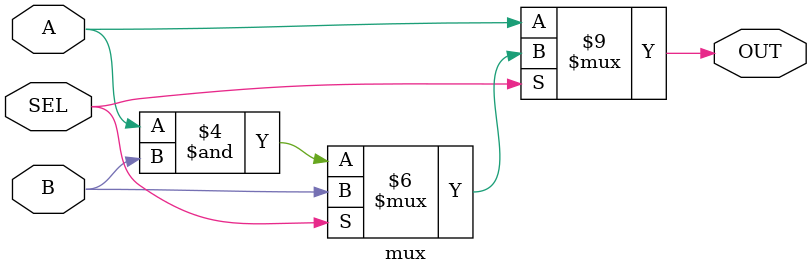
<source format=v>
/***************************************************************************
***                                                                      ***
*** EE 526 L Experiment #7                  Steven Hernandez, Fall, 2023 ***
***                                                                      ***
*** Experiment #7 Scalable Multiplexer                                   ***
***                                                                      ***
****************************************************************************
*** Filename: mux.v       Created by Steven Hernandez, 10/29/23          ***
***                                                                      ***
****************************************************************************
*** This module is for a scalable mux:                                   ***
*** the size of the data ports is determined by a parameter              ***
****************************************************************************/

`timescale 1 ns / 1 ns
module mux(A, B, SEL, OUT);
    parameter SIZE=1;
    input [SIZE-1:0] A, B;
    input SEL;
    output [SIZE-1:0] OUT;
    reg [SIZE-1:0] OUT;
    
    always @(A or B or SEL) begin 
        if (SEL == 0) 
            OUT <= A;
        else 
        if (SEL == 1) 
            OUT <=B;
        else 
            OUT <= A & B;
            end
endmodule 
              
</source>
